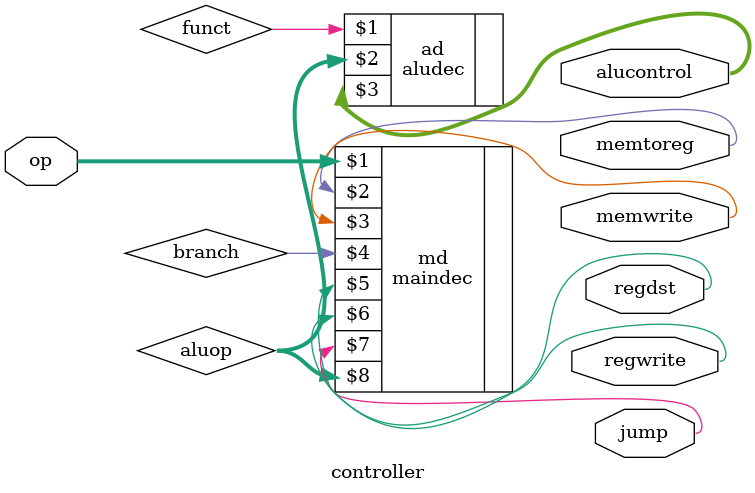
<source format=sv>
`ifndef CONTROLLER
`define CONTROLLER

`timescale 1ns/100ps

`include "../maindec/maindec.sv"
`include "../aludec/aludec.sv"

module controller
    #(parameter n = 32)(
    //
    // ---------------- PORT DEFINITIONS ----------------
    //
    input  logic [4:0] op,
    output logic       memtoreg, memwrite,
    output logic       regdst, regwrite,
    output logic       jump,
    output logic [3:0] alucontrol
);
    //
    // ---------------- MODULE DESIGN IMPLEMENTATION ----------------
    //
    logic [3:0] aluop;
    logic       branch;
    
    // CPU main decoder
    maindec md(op, memtoreg, memwrite, branch, regdst, regwrite, jump, aluop);
    // CPU's ALU decoder
    aludec  ad(funct, aluop, alucontrol);

  assign pcsrc = branch & zero;

endmodule

`endif // CONTROLLER

</source>
